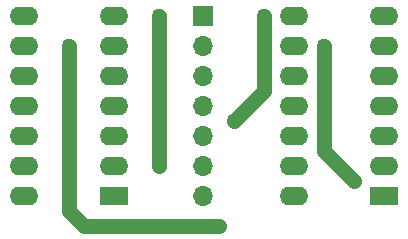
<source format=gtl>
G04 #@! TF.FileFunction,Copper,L1,Top,Signal*
%FSLAX46Y46*%
G04 Gerber Fmt 4.6, Leading zero omitted, Abs format (unit mm)*
G04 Created by KiCad (PCBNEW 4.0.2-stable) date 5/3/2017 12:37:19 AM*
%MOMM*%
G01*
G04 APERTURE LIST*
%ADD10C,0.100000*%
%ADD11R,2.400000X1.600000*%
%ADD12O,2.400000X1.600000*%
%ADD13R,1.700000X1.700000*%
%ADD14O,1.700000X1.700000*%
%ADD15C,1.270000*%
%ADD16C,1.270000*%
G04 APERTURE END LIST*
D10*
D11*
X163830000Y-120650000D03*
D12*
X156210000Y-105410000D03*
X163830000Y-118110000D03*
X156210000Y-107950000D03*
X163830000Y-115570000D03*
X156210000Y-110490000D03*
X163830000Y-113030000D03*
X156210000Y-113030000D03*
X163830000Y-110490000D03*
X156210000Y-115570000D03*
X163830000Y-107950000D03*
X156210000Y-118110000D03*
X163830000Y-105410000D03*
X156210000Y-120650000D03*
D13*
X148501100Y-105410000D03*
D14*
X148501100Y-107950000D03*
X148501100Y-110490000D03*
X148501100Y-113030000D03*
X148501100Y-115570000D03*
X148501100Y-118110000D03*
X148501100Y-120650000D03*
D11*
X140970000Y-120650000D03*
D12*
X133350000Y-105410000D03*
X140970000Y-118110000D03*
X133350000Y-107950000D03*
X140970000Y-115570000D03*
X133350000Y-110490000D03*
X140970000Y-113030000D03*
X133350000Y-113030000D03*
X140970000Y-110490000D03*
X133350000Y-115570000D03*
X140970000Y-107950000D03*
X133350000Y-118110000D03*
X140970000Y-105410000D03*
X133350000Y-120650000D03*
D15*
X144780000Y-118110000D03*
X144780000Y-113030000D03*
X144780000Y-105410000D03*
X158750000Y-107950000D03*
X161290000Y-119380000D03*
X153670000Y-105410000D03*
X151130000Y-114300000D03*
X149860000Y-123190000D03*
X137160000Y-107950000D03*
X137160000Y-118110000D03*
D16*
X144780000Y-118110000D02*
X144780000Y-113030000D01*
X144780000Y-105410000D02*
X144780000Y-113030000D01*
X161290000Y-119380000D02*
X158750000Y-116840000D01*
X158750000Y-116840000D02*
X158750000Y-107950000D01*
X151130000Y-114300000D02*
X153670000Y-111760000D01*
X153670000Y-111760000D02*
X153670000Y-105410000D01*
X137160000Y-121920000D02*
X138430000Y-123190000D01*
X138430000Y-123190000D02*
X149860000Y-123190000D01*
X137160000Y-118110000D02*
X137160000Y-121920000D01*
X137160000Y-118110000D02*
X137160000Y-107950000D01*
M02*

</source>
